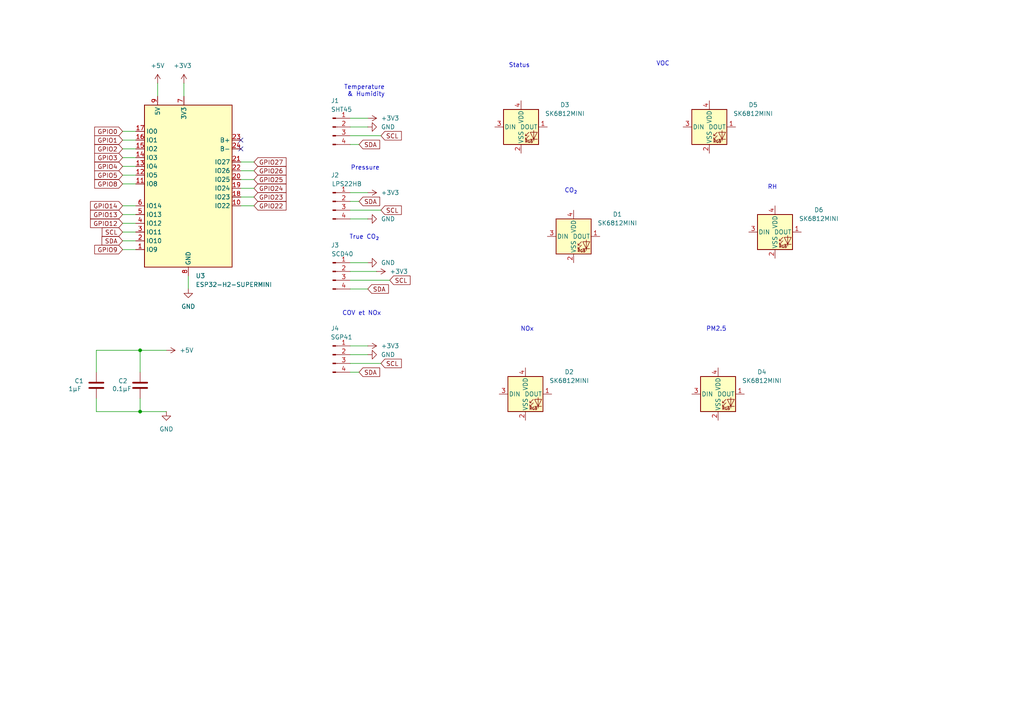
<source format=kicad_sch>
(kicad_sch (version 20250114) (generator "eeschema") (generator_version "9.0")
  (paper "A4")
  (lib_symbols
    (symbol "Connector:Conn_01x04_Pin" (pin_names (offset 1.016) (hide yes))
      (property "Reference" "J" (at 0 5.08 0))
      (property "Value" "Conn_01x04_Pin" (at 0 -7.62 0))
      (symbol "Conn_01x04_Pin_1_1"
        (rectangle (start 0.8636 2.667) (end 0 2.413) (stroke (width 0.1524)) (fill (type outline)))
        (rectangle (start 0.8636 0.127) (end 0 -0.127) (stroke (width 0.1524)) (fill (type outline)))
        (rectangle (start 0.8636 -2.413) (end 0 -2.667) (stroke (width 0.1524)) (fill (type outline)))
        (rectangle (start 0.8636 -4.953) (end 0 -5.207) (stroke (width 0.1524)) (fill (type outline)))
        (polyline (pts (xy 1.27 2.54) (xy 0.8636 2.54)) (stroke (width 0.1524)))
        (polyline (pts (xy 1.27 0) (xy 0.8636 0)) (stroke (width 0.1524)))
        (polyline (pts (xy 1.27 -2.54) (xy 0.8636 -2.54)) (stroke (width 0.1524)))
        (polyline (pts (xy 1.27 -5.08) (xy 0.8636 -5.08)) (stroke (width 0.1524)))
        (pin passive line (at 5.08 2.54 180) (length 3.81) (name "Pin_1") (number "1"))
        (pin passive line (at 5.08 0 180) (length 3.81) (name "Pin_2") (number "2"))
        (pin passive line (at 5.08 -2.54 180) (length 3.81) (name "Pin_3") (number "3"))
        (pin passive line (at 5.08 -5.08 180) (length 3.81) (name "Pin_4") (number "4"))
      )
    )
    (symbol "Device:C" (pin_numbers (hide yes)) (pin_names (offset 0.254))
      (property "Reference" "C" (at 0.635 2.54 0))
      (property "Value" "C" (at 0.635 -2.54 0))
      (symbol "C_0_1"
        (polyline (pts (xy -2.032 0.762) (xy 2.032 0.762)) (stroke (width 0.508)))
        (polyline (pts (xy -2.032 -0.762) (xy 2.032 -0.762)) (stroke (width 0.508)))
      )
      (symbol "C_1_1"
        (pin passive line (at 0 3.81 270) (length 2.794) (name "~") (number "1"))
        (pin passive line (at 0 -3.81 90) (length 2.794) (name "~") (number "2"))
      )
    )
    (symbol "ESP32H2-Supermini:ESP32-S3-MINI-1"
      (property "Reference" "U" (at -11.43 29.21 0))
      (property "Value" "ESP32-H2-SUPERMINI" (at 12.7 29.21 0))
      (symbol "ESP32-S3-MINI-1_0_1"
        (rectangle (start -12.7 27.94) (end 12.7 -19.05) (stroke (width 0.254)) (fill (type background)))
      )
      (symbol "ESP32-S3-MINI-1_1_1"
        (pin bidirectional line (at -15.24 20.32 0) (length 2.54) (name "IO0") (number "17"))
        (pin bidirectional line (at -15.24 17.78 0) (length 2.54) (name "IO1") (number "16"))
        (pin bidirectional line (at -15.24 15.24 0) (length 2.54) (name "IO2") (number "15"))
        (pin bidirectional line (at -15.24 12.7 0) (length 2.54) (name "IO3") (number "14"))
        (pin bidirectional line (at -15.24 10.16 0) (length 2.54) (name "IO4") (number "13"))
        (pin bidirectional line (at -15.24 7.62 0) (length 2.54) (name "IO5") (number "12"))
        (pin bidirectional line (at -15.24 5.08 0) (length 2.54) (name "IO8") (number "11"))
        (pin bidirectional line (at -15.24 -1.27 0) (length 2.54) (name "IO14") (number "6"))
        (pin bidirectional line (at -15.24 -3.81 0) (length 2.54) (name "IO13") (number "5"))
        (pin bidirectional line (at -15.24 -6.35 0) (length 2.54) (name "IO12") (number "4"))
        (pin bidirectional line (at -15.24 -8.89 0) (length 2.54) (name "IO11") (number "3"))
        (pin bidirectional line (at -15.24 -11.43 0) (length 2.54) (name "IO10") (number "2"))
        (pin bidirectional line (at -15.24 -13.97 0) (length 2.54) (name "IO9") (number "1"))
        (pin power_in line (at -8.89 30.48 270) (length 2.54) (name "5V") (number "9"))
        (pin power_in line (at -1.27 30.48 270) (length 2.54) (name "3V3") (number "7"))
        (pin power_out line (at 0 -21.59 90) (length 2.54) (name "GND") (number "8"))
        (pin bidirectional line (at 15.24 17.78 180) (length 2.54) (name "B+") (number "23"))
        (pin bidirectional line (at 15.24 15.24 180) (length 2.54) (name "B-") (number "24"))
        (pin bidirectional line (at 15.24 11.43 180) (length 2.54) (name "IO27") (number "21"))
        (pin bidirectional line (at 15.24 8.89 180) (length 2.54) (name "IO26") (number "22"))
        (pin bidirectional line (at 15.24 6.35 180) (length 2.54) (name "IO25") (number "20"))
        (pin bidirectional line (at 15.24 3.81 180) (length 2.54) (name "IO24") (number "19"))
        (pin bidirectional line (at 15.24 1.27 180) (length 2.54) (name "IO23") (number "18"))
        (pin bidirectional line (at 15.24 -1.27 180) (length 2.54) (name "IO22") (number "10"))
      )
    )
    (symbol "LED:SK6812MINI" (pin_names (offset 0.254))
      (property "Reference" "D" (at 5.08 5.715 0))
      (property "Value" "SK6812MINI" (at 1.27 -5.715 0))
      (symbol "SK6812MINI_0_0"
        (text "RGB" (at 2.286 -4.191 0) (effects (font (size 0.762 0.762))))
      )
      (symbol "SK6812MINI_0_1"
        (polyline (pts (xy 1.27 -2.54) (xy 1.778 -2.54)))
        (polyline (pts (xy 1.27 -3.556) (xy 1.778 -3.556)))
        (polyline (pts (xy 2.286 -1.524) (xy 1.27 -2.54) (xy 1.27 -2.032)))
        (polyline (pts (xy 2.286 -2.54) (xy 1.27 -3.556) (xy 1.27 -3.048)))
        (polyline (pts (xy 3.683 -1.016) (xy 3.683 -3.556) (xy 3.683 -4.064)))
        (polyline (pts (xy 4.699 -1.524) (xy 2.667 -1.524) (xy 3.683 -3.556) (xy 4.699 -1.524)))
        (polyline (pts (xy 4.699 -3.556) (xy 2.667 -3.556)))
        (rectangle (start 5.08 5.08) (end -5.08 -5.08) (stroke (width 0.254)) (fill (type background)))
      )
      (symbol "SK6812MINI_1_1"
        (pin input line (at -7.62 0 0) (length 2.54) (name "DIN") (number "3"))
        (pin power_in line (at 0 7.62 270) (length 2.54) (name "VDD") (number "4"))
        (pin power_in line (at 0 -7.62 90) (length 2.54) (name "VSS") (number "2"))
        (pin output line (at 7.62 0 180) (length 2.54) (name "DOUT") (number "1"))
      )
    )
    (symbol "power:+3V3" (power) (pin_numbers (hide yes)) (pin_names (offset 0) (hide yes))
      (property "Value" "+3V3" (at 0 3.556 0))
      (symbol "+3V3_0_1"
        (polyline (pts (xy -0.762 1.27) (xy 0 2.54)))
        (polyline (pts (xy 0 2.54) (xy 0.762 1.27)))
        (polyline (pts (xy 0 0) (xy 0 2.54)))
      )
      (symbol "+3V3_1_1"
        (pin power_in line (at 0 0 90) (length 0) (name "~") (number "1"))
      )
    )
    (symbol "power:+5V" (power) (pin_numbers (hide yes)) (pin_names (offset 0) (hide yes))
      (property "Value" "+5V" (at 0 3.556 0))
      (symbol "+5V_0_1"
        (polyline (pts (xy -0.762 1.27) (xy 0 2.54)))
        (polyline (pts (xy 0 2.54) (xy 0.762 1.27)))
        (polyline (pts (xy 0 0) (xy 0 2.54)))
      )
      (symbol "+5V_1_1"
        (pin power_in line (at 0 0 90) (length 0) (name "~") (number "1"))
      )
    )
    (symbol "power:GND" (power) (pin_numbers (hide yes)) (pin_names (offset 0) (hide yes))
      (property "Value" "GND" (at 0 -3.81 0))
      (symbol "GND_0_1"
        (polyline (pts (xy 0 0) (xy 0 -1.27) (xy 1.27 -1.27) (xy 0 -2.54) (xy -1.27 -1.27) (xy 0 -1.27)))
      )
      (symbol "GND_1_1"
        (pin power_in line (at 0 0 270) (length 0) (name "~") (number "1"))
      )
    )
  )
  (text "Status" (at 150.622 19.05 0) (effects (font (size 1.27 1.27))))
  (text "VOC" (at 192.278 18.542 0) (effects (font (size 1.27 1.27))))
  (text "Pressure" (at 105.918 48.768 0) (effects (font (size 1.27 1.27))))
  (text "True CO₂" (at 105.664 68.834 0) (effects (font (size 1.27 1.27))))
  (text "Temperature \n& Humidity" (at 106.172 26.416 0) (effects (font (size 1.27 1.27))))
  (text "CO₂" (at 165.608 55.372 0) (effects (font (size 1.27 1.27))))
  (text "PM2.5" (at 207.772 95.504 0) (effects (font (size 1.27 1.27))))
  (text "RH" (at 224.028 54.356 0) (effects (font (size 1.27 1.27))))
  (text "NOx" (at 152.908 95.504 0) (effects (font (size 1.27 1.27))))
  (text "COV et NOx" (at 104.902 90.932 0) (effects (font (size 1.27 1.27))))
  (junction (at 40.64 101.6))
  (junction (at 40.64 119.38))
  (no_connect (at 69.85 40.64))
  (no_connect (at 69.85 43.18))
  (wire (pts (xy 101.6 55.88) (xy 106.68 55.88)))
  (wire (pts (xy 101.6 39.37) (xy 110.49 39.37)))
  (wire (pts (xy 101.6 107.95) (xy 104.14 107.95)))
  (wire (pts (xy 35.56 64.77) (xy 39.37 64.77)))
  (wire (pts (xy 101.6 83.82) (xy 106.68 83.82)))
  (wire (pts (xy 101.6 100.33) (xy 106.68 100.33)))
  (wire (pts (xy 101.6 78.74) (xy 109.22 78.74)))
  (wire (pts (xy 40.64 101.6) (xy 48.26 101.6)))
  (wire (pts (xy 69.85 57.15) (xy 73.66 57.15)))
  (wire (pts (xy 69.85 46.99) (xy 73.66 46.99)))
  (wire (pts (xy 54.61 80.01) (xy 54.61 83.82)))
  (wire (pts (xy 35.56 38.1) (xy 39.37 38.1)))
  (wire (pts (xy 27.94 119.38) (xy 27.94 115.57)))
  (wire (pts (xy 69.85 52.07) (xy 73.66 52.07)))
  (wire (pts (xy 35.56 59.69) (xy 39.37 59.69)))
  (wire (pts (xy 40.64 119.38) (xy 27.94 119.38)))
  (wire (pts (xy 101.6 41.91) (xy 104.14 41.91)))
  (wire (pts (xy 35.56 72.39) (xy 39.37 72.39)))
  (wire (pts (xy 35.56 48.26) (xy 39.37 48.26)))
  (wire (pts (xy 40.64 115.57) (xy 40.64 119.38)))
  (wire (pts (xy 35.56 50.8) (xy 39.37 50.8)))
  (wire (pts (xy 101.6 63.5) (xy 106.68 63.5)))
  (wire (pts (xy 101.6 76.2) (xy 106.68 76.2)))
  (wire (pts (xy 27.94 101.6) (xy 40.64 101.6)))
  (wire (pts (xy 40.64 101.6) (xy 40.64 107.95)))
  (wire (pts (xy 53.34 24.13) (xy 53.34 27.94)))
  (wire (pts (xy 35.56 53.34) (xy 39.37 53.34)))
  (wire (pts (xy 35.56 69.85) (xy 39.37 69.85)))
  (wire (pts (xy 101.6 105.41) (xy 110.49 105.41)))
  (wire (pts (xy 69.85 59.69) (xy 73.66 59.69)))
  (wire (pts (xy 101.6 36.83) (xy 106.68 36.83)))
  (wire (pts (xy 35.56 45.72) (xy 39.37 45.72)))
  (wire (pts (xy 35.56 40.64) (xy 39.37 40.64)))
  (wire (pts (xy 69.85 49.53) (xy 73.66 49.53)))
  (wire (pts (xy 101.6 58.42) (xy 104.14 58.42)))
  (wire (pts (xy 48.26 119.38) (xy 40.64 119.38)))
  (wire (pts (xy 101.6 60.96) (xy 110.49 60.96)))
  (wire (pts (xy 45.72 24.13) (xy 45.72 27.94)))
  (wire (pts (xy 69.85 54.61) (xy 73.66 54.61)))
  (wire (pts (xy 101.6 34.29) (xy 106.68 34.29)))
  (wire (pts (xy 101.6 81.28) (xy 113.03 81.28)))
  (wire (pts (xy 35.56 62.23) (xy 39.37 62.23)))
  (wire (pts (xy 35.56 67.31) (xy 39.37 67.31)))
  (wire (pts (xy 35.56 43.18) (xy 39.37 43.18)))
  (wire (pts (xy 27.94 107.95) (xy 27.94 101.6)))
  (wire (pts (xy 101.6 102.87) (xy 106.68 102.87)))
  (global_label "GPIO14" (shape input) (at 35.56 59.69 180) (property "Intersheetrefs" "${INTERSHEET_REFS}" (effects (hide yes))))
  (global_label "GPIO2" (shape input) (at 35.56 43.18 180) (property "Intersheetrefs" "${INTERSHEET_REFS}" (effects (hide yes))))
  (global_label "SCL" (shape input) (at 110.49 105.41 0) (property "Intersheetrefs" "${INTERSHEET_REFS}" (effects (hide yes))))
  (global_label "SDA" (shape input) (at 104.14 41.91 0) (property "Intersheetrefs" "${INTERSHEET_REFS}" (effects (hide yes))))
  (global_label "GPIO26" (shape input) (at 73.66 49.53 0) (property "Intersheetrefs" "${INTERSHEET_REFS}" (effects (hide yes))))
  (global_label "GPIO13" (shape input) (at 35.56 62.23 180) (property "Intersheetrefs" "${INTERSHEET_REFS}" (effects (hide yes))))
  (global_label "GPIO25" (shape input) (at 73.66 52.07 0) (property "Intersheetrefs" "${INTERSHEET_REFS}" (effects (hide yes))))
  (global_label "GPIO9" (shape input) (at 35.56 72.39 180) (property "Intersheetrefs" "${INTERSHEET_REFS}" (effects (hide yes))))
  (global_label "SCL" (shape input) (at 113.03 81.28 0) (property "Intersheetrefs" "${INTERSHEET_REFS}" (effects (hide yes))))
  (global_label "SDA" (shape input) (at 104.14 107.95 0) (property "Intersheetrefs" "${INTERSHEET_REFS}" (effects (hide yes))))
  (global_label "SCL" (shape input) (at 110.49 39.37 0) (property "Intersheetrefs" "${INTERSHEET_REFS}" (effects (hide yes))))
  (global_label "GPIO4" (shape input) (at 35.56 48.26 180) (property "Intersheetrefs" "${INTERSHEET_REFS}" (effects (hide yes))))
  (global_label "GPIO5" (shape input) (at 35.56 50.8 180) (property "Intersheetrefs" "${INTERSHEET_REFS}" (effects (hide yes))))
  (global_label "SCL" (shape input) (at 110.49 60.96 0) (property "Intersheetrefs" "${INTERSHEET_REFS}" (effects (hide yes))))
  (global_label "SDA" (shape input) (at 106.68 83.82 0) (property "Intersheetrefs" "${INTERSHEET_REFS}" (effects (hide yes))))
  (global_label "GPIO27" (shape input) (at 73.66 46.99 0) (property "Intersheetrefs" "${INTERSHEET_REFS}" (effects (hide yes))))
  (global_label "GPIO1" (shape input) (at 35.56 40.64 180) (property "Intersheetrefs" "${INTERSHEET_REFS}" (effects (hide yes))))
  (global_label "GPIO8" (shape input) (at 35.56 53.34 180) (property "Intersheetrefs" "${INTERSHEET_REFS}" (effects (hide yes))))
  (global_label "GPIO22" (shape input) (at 73.66 59.69 0) (property "Intersheetrefs" "${INTERSHEET_REFS}" (effects (hide yes))))
  (global_label "SDA" (shape input) (at 35.56 69.85 180) (property "Intersheetrefs" "${INTERSHEET_REFS}" (effects (hide yes))))
  (global_label "GPIO3" (shape input) (at 35.56 45.72 180) (property "Intersheetrefs" "${INTERSHEET_REFS}" (effects (hide yes))))
  (global_label "SDA" (shape input) (at 104.14 58.42 0) (property "Intersheetrefs" "${INTERSHEET_REFS}" (effects (hide yes))))
  (global_label "SCL" (shape input) (at 35.56 67.31 180) (property "Intersheetrefs" "${INTERSHEET_REFS}" (effects (hide yes))))
  (global_label "GPIO12" (shape input) (at 35.56 64.77 180) (property "Intersheetrefs" "${INTERSHEET_REFS}" (effects (hide yes))))
  (global_label "GPIO0" (shape input) (at 35.56 38.1 180) (property "Intersheetrefs" "${INTERSHEET_REFS}" (effects (hide yes))))
  (global_label "GPIO24" (shape input) (at 73.66 54.61 0) (property "Intersheetrefs" "${INTERSHEET_REFS}" (effects (hide yes))))
  (global_label "GPIO23" (shape input) (at 73.66 57.15 0) (property "Intersheetrefs" "${INTERSHEET_REFS}" (effects (hide yes))))
  (symbol (lib_id "power:+3V3") (at 109.22 78.74 270) (unit 1)
    (property "Reference" "#PWR011" (effects (hide yes)))
    (property "Value" "+3V3" (at 113.03 78.7399 90) (effects (justify left)))
    (property "Description" "Power symbol creates a global label with name \"+3V3\"" (effects (hide yes)))
  )
  (symbol (lib_id "power:+3V3") (at 106.68 55.88 270) (unit 1)
    (property "Reference" "#PWR09" (effects (hide yes)))
    (property "Value" "+3V3" (at 110.49 55.8799 90) (effects (justify left)))
    (property "Description" "Power symbol creates a global label with name \"+3V3\"" (effects (hide yes)))
  )
  (symbol (lib_id "power:GND") (at 54.61 83.82 0) (unit 1)
    (property "Reference" "#PWR01" (effects (hide yes)))
    (property "Value" "GND" (at 54.61 88.9 0))
    (property "Description" "Power symbol creates a global label with name \"GND\" , ground" (effects (hide yes)))
  )
  (symbol (lib_id "power:GND") (at 106.68 36.83 90) (unit 1)
    (property "Reference" "#PWR08" (effects (hide yes)))
    (property "Value" "GND" (at 110.49 36.8299 90) (effects (justify right)))
    (property "Description" "Power symbol creates a global label with name \"GND\" , ground" (effects (hide yes)))
  )
  (symbol (lib_id "Device:C") (at 27.94 111.76 0) (unit 1)
    (property "Reference" "C1" (at 21.59 110.49 0) (effects (justify left)))
    (property "Value" "1µF" (at 19.812 112.776 0) (effects (justify left)))
    (property "Footprint" "Capacitor_SMD:C_1206_3216Metric" (effects (hide yes)))
    (property "Description" "Unpolarized capacitor" (effects (hide yes)))
  )
  (symbol (lib_id "LED:SK6812MINI") (at 205.74 36.83 0) (unit 1)
    (property "Reference" "D5" (at 218.44 30.4098 0))
    (property "Value" "SK6812MINI" (at 218.44 32.9498 0))
    (property "Footprint" "LED_SMD:LED_SK6812MINI_PLCC4_3.5x3.5mm_P1.75mm" (effects (hide yes)))
    (property "Datasheet" "https://cdn-shop.adafruit.com/product-files/2686/SK6812MINI_REV.01-1-2.pdf" (effects (hide yes)))
    (property "Description" "RGB LED with integrated controller" (effects (hide yes)))
  )
  (symbol (lib_id "LED:SK6812MINI") (at 208.28 114.3 0) (unit 1)
    (property "Reference" "D4" (at 220.98 107.8798 0))
    (property "Value" "SK6812MINI" (at 220.98 110.4198 0))
    (property "Footprint" "LED_SMD:LED_SK6812MINI_PLCC4_3.5x3.5mm_P1.75mm" (effects (hide yes)))
    (property "Datasheet" "https://cdn-shop.adafruit.com/product-files/2686/SK6812MINI_REV.01-1-2.pdf" (effects (hide yes)))
    (property "Description" "RGB LED with integrated controller" (effects (hide yes)))
  )
  (symbol (lib_id "Connector:Conn_01x04_Pin") (at 96.52 58.42 0) (unit 1)
    (property "Reference" "J2" (at 97.155 50.8 0))
    (property "Value" "LPS22HB" (at 100.584 53.34 0))
    (property "Footprint" "Connector_PinHeader_2.54mm:PinHeader_1x04_P2.54mm_Vertical" (effects (hide yes)))
    (property "Description" "Generic connector, single row, 01x04, script generated" (effects (hide yes)))
  )
  (symbol (lib_id "power:+3V3") (at 106.68 100.33 270) (unit 1)
    (property "Reference" "#PWR013" (effects (hide yes)))
    (property "Value" "+3V3" (at 110.49 100.3299 90) (effects (justify left)))
    (property "Description" "Power symbol creates a global label with name \"+3V3\"" (effects (hide yes)))
  )
  (symbol (lib_id "power:GND") (at 106.68 102.87 90) (unit 1)
    (property "Reference" "#PWR014" (effects (hide yes)))
    (property "Value" "GND" (at 110.49 102.8699 90) (effects (justify right)))
    (property "Description" "Power symbol creates a global label with name \"GND\" , ground" (effects (hide yes)))
  )
  (symbol (lib_id "Device:C") (at 40.64 111.76 0) (unit 1)
    (property "Reference" "C2" (at 34.29 110.49 0) (effects (justify left)))
    (property "Value" "0.1µF" (at 32.512 112.776 0) (effects (justify left)))
    (property "Footprint" "Capacitor_SMD:C_1206_3216Metric" (effects (hide yes)))
    (property "Description" "Unpolarized capacitor" (effects (hide yes)))
  )
  (symbol (lib_id "LED:SK6812MINI") (at 152.4 114.3 0) (unit 1)
    (property "Reference" "D2" (at 165.1 107.8798 0))
    (property "Value" "SK6812MINI" (at 165.1 110.4198 0))
    (property "Footprint" "LED_SMD:LED_SK6812MINI_PLCC4_3.5x3.5mm_P1.75mm" (effects (hide yes)))
    (property "Datasheet" "https://cdn-shop.adafruit.com/product-files/2686/SK6812MINI_REV.01-1-2.pdf" (effects (hide yes)))
    (property "Description" "RGB LED with integrated controller" (effects (hide yes)))
  )
  (symbol (lib_id "Connector:Conn_01x04_Pin") (at 96.52 78.74 0) (unit 1)
    (property "Reference" "J3" (at 97.155 71.12 0))
    (property "Value" "SCD40" (at 99.314 73.66 0))
    (property "Footprint" "Connector_PinHeader_2.54mm:PinHeader_1x04_P2.54mm_Vertical" (effects (hide yes)))
    (property "Description" "Generic connector, single row, 01x04, script generated" (effects (hide yes)))
  )
  (symbol (lib_id "power:GND") (at 106.68 63.5 90) (unit 1)
    (property "Reference" "#PWR010" (effects (hide yes)))
    (property "Value" "GND" (at 110.49 63.4999 90) (effects (justify right)))
    (property "Description" "Power symbol creates a global label with name \"GND\" , ground" (effects (hide yes)))
  )
  (symbol (lib_id "LED:SK6812MINI") (at 224.79 67.31 0) (unit 1)
    (property "Reference" "D6" (at 237.49 60.8898 0))
    (property "Value" "SK6812MINI" (at 237.49 63.4298 0))
    (property "Footprint" "LED_SMD:LED_SK6812MINI_PLCC4_3.5x3.5mm_P1.75mm" (effects (hide yes)))
    (property "Datasheet" "https://cdn-shop.adafruit.com/product-files/2686/SK6812MINI_REV.01-1-2.pdf" (effects (hide yes)))
    (property "Description" "RGB LED with integrated controller" (effects (hide yes)))
  )
  (symbol (lib_id "LED:SK6812MINI") (at 166.37 68.58 0) (unit 1)
    (property "Reference" "D1" (at 179.07 62.1598 0))
    (property "Value" "SK6812MINI" (at 179.07 64.6998 0))
    (property "Footprint" "LED_SMD:LED_SK6812MINI_PLCC4_3.5x3.5mm_P1.75mm" (effects (hide yes)))
    (property "Datasheet" "https://cdn-shop.adafruit.com/product-files/2686/SK6812MINI_REV.01-1-2.pdf" (effects (hide yes)))
    (property "Description" "RGB LED with integrated controller" (effects (hide yes)))
  )
  (symbol (lib_id "power:GND") (at 48.26 119.38 0) (unit 1)
    (property "Reference" "#PWR07" (effects (hide yes)))
    (property "Value" "GND" (at 48.26 124.46 0))
    (property "Description" "Power symbol creates a global label with name \"GND\" , ground" (effects (hide yes)))
  )
  (symbol (lib_id "ESP32H2-Supermini:ESP32-S3-MINI-1") (at 54.61 58.42 0) (unit 1)
    (property "Reference" "U3" (at 56.7533 80.01 0) (effects (justify left)))
    (property "Value" "ESP32-H2-SUPERMINI" (at 56.7533 82.55 0) (effects (justify left)))
    (property "Footprint" "esp32-h2-supermini:ESP32H2-Supermini" (effects (hide yes)))
    (property "Datasheet" "https://www.espressif.com/sites/default/files/documentation/esp32-h2_datasheet_en.pdf" (effects (hide yes)))
    (property "Description" "\"RF Module, ESP32-H2 SoC, Bluetooth 5.2 (LE), IEEE 802.15.4, 32-bit, 3.3V, SMD, onboard antenna.\"" (effects (hide yes)))
  )
  (symbol (lib_id "power:+3V3") (at 106.68 34.29 270) (unit 1)
    (property "Reference" "#PWR04" (effects (hide yes)))
    (property "Value" "+3V3" (at 110.49 34.2899 90) (effects (justify left)))
    (property "Description" "Power symbol creates a global label with name \"+3V3\"" (effects (hide yes)))
  )
  (symbol (lib_id "LED:SK6812MINI") (at 151.13 36.83 0) (unit 1)
    (property "Reference" "D3" (at 163.83 30.4098 0))
    (property "Value" "SK6812MINI" (at 163.83 32.9498 0))
    (property "Footprint" "LED_SMD:LED_SK6812MINI_PLCC4_3.5x3.5mm_P1.75mm" (effects (hide yes)))
    (property "Datasheet" "https://cdn-shop.adafruit.com/product-files/2686/SK6812MINI_REV.01-1-2.pdf" (effects (hide yes)))
    (property "Description" "RGB LED with integrated controller" (effects (hide yes)))
  )
  (symbol (lib_id "Connector:Conn_01x04_Pin") (at 96.52 36.83 0) (unit 1)
    (property "Reference" "J1" (at 97.155 29.21 0))
    (property "Value" "SHT45" (at 99.06 31.75 0))
    (property "Footprint" "Connector_PinHeader_2.54mm:PinHeader_1x04_P2.54mm_Vertical" (effects (hide yes)))
    (property "Description" "Generic connector, single row, 01x04, script generated" (effects (hide yes)))
  )
  (symbol (lib_id "power:+5V") (at 48.26 101.6 270) (unit 1)
    (property "Reference" "#PWR02" (effects (hide yes)))
    (property "Value" "+5V" (at 52.07 101.5999 90) (effects (justify left)))
    (property "Description" "Power symbol creates a global label with name \"+5V\"" (effects (hide yes)))
  )
  (symbol (lib_id "power:+3V3") (at 53.34 24.13 0) (unit 1)
    (property "Reference" "#PWR03" (effects (hide yes)))
    (property "Value" "+3V3" (at 50.292 19.05 0) (effects (justify left)))
    (property "Description" "Power symbol creates a global label with name \"+3V3\"" (effects (hide yes)))
  )
  (symbol (lib_id "Connector:Conn_01x04_Pin") (at 96.52 102.87 0) (unit 1)
    (property "Reference" "J4" (at 97.155 95.25 0))
    (property "Value" "SGP41" (at 99.06 97.79 0))
    (property "Footprint" "Connector_PinHeader_2.54mm:PinHeader_1x04_P2.54mm_Vertical" (effects (hide yes)))
    (property "Description" "Generic connector, single row, 01x04, script generated" (effects (hide yes)))
  )
  (symbol (lib_id "power:GND") (at 106.68 76.2 90) (unit 1)
    (property "Reference" "#PWR012" (effects (hide yes)))
    (property "Value" "GND" (at 110.49 76.1999 90) (effects (justify right)))
    (property "Description" "Power symbol creates a global label with name \"GND\" , ground" (effects (hide yes)))
  )
  (symbol (lib_id "power:+5V") (at 45.72 24.13 0) (unit 1)
    (property "Reference" "#PWR06" (effects (hide yes)))
    (property "Value" "+5V" (at 45.72 19.05 0))
    (property "Description" "Power symbol creates a global label with name \"+5V\"" (effects (hide yes)))
  )
)
</source>
